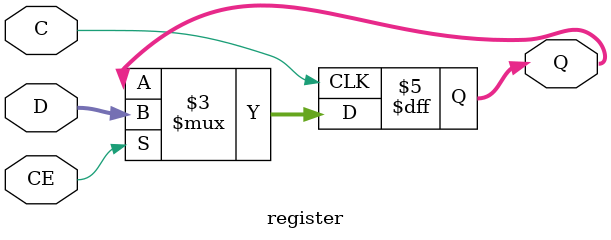
<source format=v>
module register (C, D, CE, Q);  
//D[4:0] Data Input
//C Positive-Edge Clock
//CE Clock Enable (active High)
//Q[4:0] Data Output
  input C, CE ; 
  input [7:0] D;  
  output [7:0] Q;  
  reg [7:0] Q;  
 
  always @(posedge C)  
    begin  
      //if (PRE)  
     //   Q = 8'b1111;
     // else  
       if (CE)  
          Q = D;  
    end  
endmodule 
 
</source>
